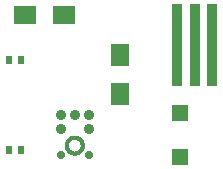
<source format=gbr>
G04 EAGLE Gerber X2 export*
%TF.Part,Single*%
%TF.FileFunction,Paste,Top*%
%TF.FilePolarity,Positive*%
%TF.GenerationSoftware,Autodesk,EAGLE,9.1.0*%
%TF.CreationDate,2018-09-05T10:19:08Z*%
G75*
%MOMM*%
%FSLAX34Y34*%
%LPD*%
%AMOC8*
5,1,8,0,0,1.08239X$1,22.5*%
G01*
%ADD10R,0.600000X0.700000*%
%ADD11R,1.900000X1.600000*%
%ADD12R,1.600000X1.900000*%
%ADD13C,0.900000*%
%ADD14C,0.700000*%
%ADD15C,0.330000*%
%ADD16C,0.006094*%
%ADD17R,0.850000X7.000000*%
%ADD18R,1.400000X1.400000*%


D10*
X20400Y25400D03*
X30400Y25400D03*
D11*
X67300Y139700D03*
X34300Y139700D03*
D12*
X114300Y105400D03*
X114300Y72400D03*
D10*
X20400Y101600D03*
X30400Y101600D03*
D13*
X64200Y55100D03*
X76240Y55100D03*
X88280Y55100D03*
X64200Y43160D03*
X88280Y43160D03*
D14*
X64200Y21040D03*
X88280Y21040D03*
D15*
X69510Y28940D02*
X69512Y29105D01*
X69518Y29270D01*
X69528Y29435D01*
X69542Y29600D01*
X69561Y29764D01*
X69583Y29927D01*
X69609Y30091D01*
X69639Y30253D01*
X69674Y30415D01*
X69712Y30575D01*
X69754Y30735D01*
X69800Y30894D01*
X69850Y31051D01*
X69903Y31207D01*
X69961Y31362D01*
X70022Y31515D01*
X70087Y31667D01*
X70156Y31817D01*
X70229Y31966D01*
X70305Y32113D01*
X70384Y32257D01*
X70467Y32400D01*
X70554Y32541D01*
X70644Y32679D01*
X70738Y32815D01*
X70834Y32949D01*
X70934Y33081D01*
X71038Y33209D01*
X71144Y33336D01*
X71253Y33460D01*
X71366Y33581D01*
X71481Y33699D01*
X71599Y33814D01*
X71720Y33927D01*
X71844Y34036D01*
X71971Y34142D01*
X72099Y34246D01*
X72231Y34346D01*
X72365Y34442D01*
X72501Y34536D01*
X72639Y34626D01*
X72780Y34713D01*
X72923Y34796D01*
X73067Y34875D01*
X73214Y34951D01*
X73363Y35024D01*
X73513Y35093D01*
X73665Y35158D01*
X73818Y35219D01*
X73973Y35277D01*
X74129Y35330D01*
X74286Y35380D01*
X74445Y35426D01*
X74605Y35468D01*
X74765Y35506D01*
X74927Y35541D01*
X75089Y35571D01*
X75253Y35597D01*
X75416Y35619D01*
X75580Y35638D01*
X75745Y35652D01*
X75910Y35662D01*
X76075Y35668D01*
X76240Y35670D01*
X76405Y35668D01*
X76570Y35662D01*
X76735Y35652D01*
X76900Y35638D01*
X77064Y35619D01*
X77227Y35597D01*
X77391Y35571D01*
X77553Y35541D01*
X77715Y35506D01*
X77875Y35468D01*
X78035Y35426D01*
X78194Y35380D01*
X78351Y35330D01*
X78507Y35277D01*
X78662Y35219D01*
X78815Y35158D01*
X78967Y35093D01*
X79117Y35024D01*
X79266Y34951D01*
X79413Y34875D01*
X79557Y34796D01*
X79700Y34713D01*
X79841Y34626D01*
X79979Y34536D01*
X80115Y34442D01*
X80249Y34346D01*
X80381Y34246D01*
X80509Y34142D01*
X80636Y34036D01*
X80760Y33927D01*
X80881Y33814D01*
X80999Y33699D01*
X81114Y33581D01*
X81227Y33460D01*
X81336Y33336D01*
X81442Y33209D01*
X81546Y33081D01*
X81646Y32949D01*
X81742Y32815D01*
X81836Y32679D01*
X81926Y32541D01*
X82013Y32400D01*
X82096Y32257D01*
X82175Y32113D01*
X82251Y31966D01*
X82324Y31817D01*
X82393Y31667D01*
X82458Y31515D01*
X82519Y31362D01*
X82577Y31207D01*
X82630Y31051D01*
X82680Y30894D01*
X82726Y30735D01*
X82768Y30575D01*
X82806Y30415D01*
X82841Y30253D01*
X82871Y30091D01*
X82897Y29927D01*
X82919Y29764D01*
X82938Y29600D01*
X82952Y29435D01*
X82962Y29270D01*
X82968Y29105D01*
X82970Y28940D01*
X82968Y28775D01*
X82962Y28610D01*
X82952Y28445D01*
X82938Y28280D01*
X82919Y28116D01*
X82897Y27953D01*
X82871Y27789D01*
X82841Y27627D01*
X82806Y27465D01*
X82768Y27305D01*
X82726Y27145D01*
X82680Y26986D01*
X82630Y26829D01*
X82577Y26673D01*
X82519Y26518D01*
X82458Y26365D01*
X82393Y26213D01*
X82324Y26063D01*
X82251Y25914D01*
X82175Y25767D01*
X82096Y25623D01*
X82013Y25480D01*
X81926Y25339D01*
X81836Y25201D01*
X81742Y25065D01*
X81646Y24931D01*
X81546Y24799D01*
X81442Y24671D01*
X81336Y24544D01*
X81227Y24420D01*
X81114Y24299D01*
X80999Y24181D01*
X80881Y24066D01*
X80760Y23953D01*
X80636Y23844D01*
X80509Y23738D01*
X80381Y23634D01*
X80249Y23534D01*
X80115Y23438D01*
X79979Y23344D01*
X79841Y23254D01*
X79700Y23167D01*
X79557Y23084D01*
X79413Y23005D01*
X79266Y22929D01*
X79117Y22856D01*
X78967Y22787D01*
X78815Y22722D01*
X78662Y22661D01*
X78507Y22603D01*
X78351Y22550D01*
X78194Y22500D01*
X78035Y22454D01*
X77875Y22412D01*
X77715Y22374D01*
X77553Y22339D01*
X77391Y22309D01*
X77227Y22283D01*
X77064Y22261D01*
X76900Y22242D01*
X76735Y22228D01*
X76570Y22218D01*
X76405Y22212D01*
X76240Y22210D01*
X76075Y22212D01*
X75910Y22218D01*
X75745Y22228D01*
X75580Y22242D01*
X75416Y22261D01*
X75253Y22283D01*
X75089Y22309D01*
X74927Y22339D01*
X74765Y22374D01*
X74605Y22412D01*
X74445Y22454D01*
X74286Y22500D01*
X74129Y22550D01*
X73973Y22603D01*
X73818Y22661D01*
X73665Y22722D01*
X73513Y22787D01*
X73363Y22856D01*
X73214Y22929D01*
X73067Y23005D01*
X72923Y23084D01*
X72780Y23167D01*
X72639Y23254D01*
X72501Y23344D01*
X72365Y23438D01*
X72231Y23534D01*
X72099Y23634D01*
X71971Y23738D01*
X71844Y23844D01*
X71720Y23953D01*
X71599Y24066D01*
X71481Y24181D01*
X71366Y24299D01*
X71253Y24420D01*
X71144Y24544D01*
X71038Y24671D01*
X70934Y24799D01*
X70834Y24931D01*
X70738Y25065D01*
X70644Y25201D01*
X70554Y25339D01*
X70467Y25480D01*
X70384Y25623D01*
X70305Y25767D01*
X70229Y25914D01*
X70156Y26063D01*
X70087Y26213D01*
X70022Y26365D01*
X69961Y26518D01*
X69903Y26673D01*
X69850Y26829D01*
X69800Y26986D01*
X69754Y27145D01*
X69712Y27305D01*
X69674Y27465D01*
X69639Y27627D01*
X69609Y27789D01*
X69583Y27953D01*
X69561Y28116D01*
X69542Y28280D01*
X69528Y28445D01*
X69518Y28610D01*
X69512Y28775D01*
X69510Y28940D01*
D16*
X74198Y34514D02*
X78202Y34514D01*
X74198Y34514D02*
X74198Y36486D01*
X78202Y36486D01*
X78202Y34514D01*
X78202Y34572D02*
X74198Y34572D01*
X74198Y34630D02*
X78202Y34630D01*
X78202Y34688D02*
X74198Y34688D01*
X74198Y34746D02*
X78202Y34746D01*
X78202Y34804D02*
X74198Y34804D01*
X74198Y34862D02*
X78202Y34862D01*
X78202Y34920D02*
X74198Y34920D01*
X74198Y34978D02*
X78202Y34978D01*
X78202Y35036D02*
X74198Y35036D01*
X74198Y35094D02*
X78202Y35094D01*
X78202Y35152D02*
X74198Y35152D01*
X74198Y35210D02*
X78202Y35210D01*
X78202Y35268D02*
X74198Y35268D01*
X74198Y35326D02*
X78202Y35326D01*
X78202Y35384D02*
X74198Y35384D01*
X74198Y35442D02*
X78202Y35442D01*
X78202Y35500D02*
X74198Y35500D01*
X74198Y35558D02*
X78202Y35558D01*
X78202Y35616D02*
X74198Y35616D01*
X74198Y35674D02*
X78202Y35674D01*
X78202Y35732D02*
X74198Y35732D01*
X74198Y35790D02*
X78202Y35790D01*
X78202Y35848D02*
X74198Y35848D01*
X74198Y35906D02*
X78202Y35906D01*
X78202Y35964D02*
X74198Y35964D01*
X74198Y36022D02*
X78202Y36022D01*
X78202Y36080D02*
X74198Y36080D01*
X74198Y36138D02*
X78202Y36138D01*
X78202Y36196D02*
X74198Y36196D01*
X74198Y36254D02*
X78202Y36254D01*
X78202Y36312D02*
X74198Y36312D01*
X74198Y36370D02*
X78202Y36370D01*
X78202Y36428D02*
X74198Y36428D01*
X74198Y36486D02*
X78202Y36486D01*
D17*
X192800Y114300D03*
X177800Y114300D03*
X162800Y114300D03*
D18*
X165100Y19600D03*
X165100Y56600D03*
M02*

</source>
